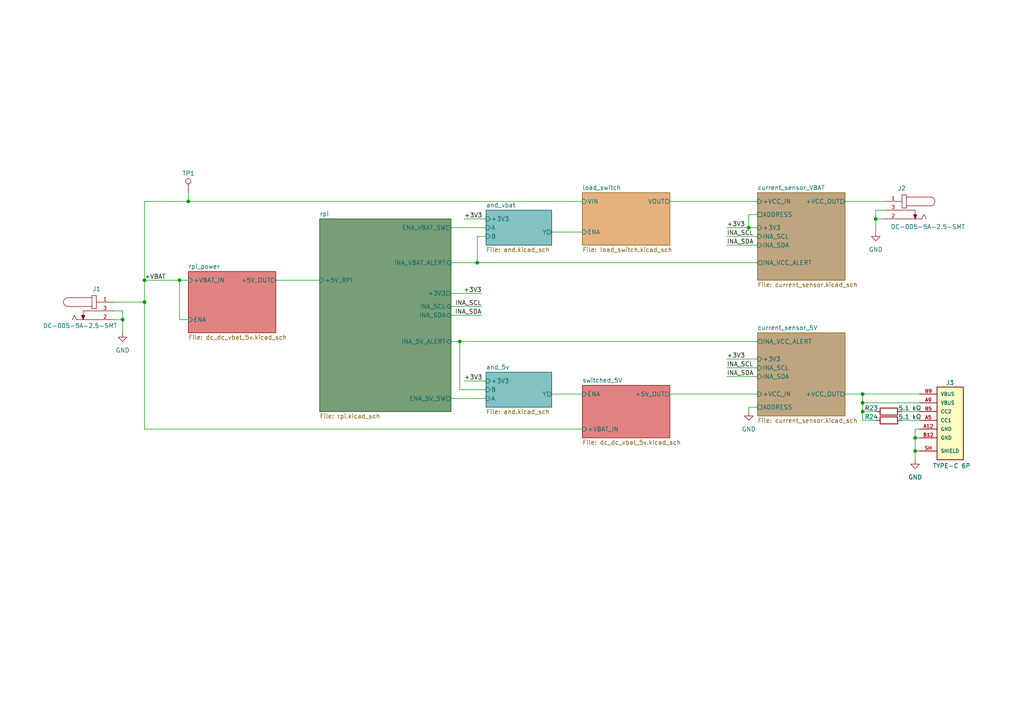
<source format=kicad_sch>
(kicad_sch (version 20231120) (generator "eeschema") (generator_version "8.0")
  (paper "A4")
  (lib_symbols
    (symbol "Connector:TestPoint" (pin_numbers hide) (pin_names (offset 0.762) hide)
      (property "Reference" "TP" (at 0 6.858 0))
      (property "Value" "TestPoint" (at 0 5.08 0))
      (symbol "TestPoint_0_1"
        (circle (center 0 3.302) (radius 0.762))
      )
      (symbol "TestPoint_1_1"
        (pin passive line (at 0 0 90) (length 2.54) (name "1") (number "1"))
      )
    )
    (symbol "Device:R" (pin_numbers hide) (pin_names (offset 0))
      (property "Reference" "R" (at 2.032 0 90))
      (property "Value" "R" (at 0 0 90))
      (symbol "R_0_1"
        (rectangle (start -1.016 -2.54) (end 1.016 2.54) (stroke (width 0.254)))
      )
      (symbol "R_1_1"
        (pin passive line (at 0 3.81 270) (length 1.27) (name "~") (number "1"))
        (pin passive line (at 0 -3.81 90) (length 1.27) (name "~") (number "2"))
      )
    )
    (symbol "power:GND" (power) (pin_numbers hide) (pin_names (offset 0) hide)
      (property "Value" "GND" (at 0 -3.81 0))
      (symbol "GND_0_1"
        (polyline (pts (xy 0 0) (xy 0 -1.27) (xy 1.27 -1.27) (xy 0 -2.54) (xy -1.27 -1.27) (xy 0 -1.27)))
      )
      (symbol "GND_1_1"
        (pin power_in line (at 0 0 270) (length 0) (name "~") (number "1"))
      )
    )
    (symbol "rpi_power_warden_hat:DC-005-5A-2.5-SMT" (pin_names (offset 1.016))
      (property "Reference" "J" (at -7.62 5.08 0))
      (property "Value" "DC-005-5A-2.5-SMT" (at -7.62 -5.08 0))
      (symbol "DC-005-5A-2.5-SMT_0_0"
        (arc (start -8.255 3.81) (mid -9.5194 2.54) (end -8.255 1.27) (stroke (width 0.1524)))
        (polyline (pts (xy -8.255 3.81) (xy -1.27 3.81)) (stroke (width 0.1524)))
        (polyline (pts (xy -6.35 -1.27) (xy -6.985 -2.54)) (stroke (width 0.1524)))
        (polyline (pts (xy -5.715 -2.54) (xy -6.35 -1.27)) (stroke (width 0.1524)))
        (polyline (pts (xy -3.81 0) (xy -3.81 -2.54)) (stroke (width 0.1524)))
        (polyline (pts (xy -1.27 0.635) (xy 0 0.635)) (stroke (width 0.1524)))
        (polyline (pts (xy -1.27 1.27) (xy -8.255 1.27)) (stroke (width 0.1524)))
        (polyline (pts (xy -1.27 1.27) (xy -1.27 0.635)) (stroke (width 0.1524)))
        (polyline (pts (xy -1.27 3.81) (xy -1.27 1.27)) (stroke (width 0.1524)))
        (polyline (pts (xy -1.27 4.445) (xy -1.27 3.81)) (stroke (width 0.1524)))
        (polyline (pts (xy 0 -2.54) (xy -5.715 -2.54)) (stroke (width 0.1524)))
        (polyline (pts (xy 0 0) (xy -3.81 0)) (stroke (width 0.1524)))
        (polyline (pts (xy 0 0.635) (xy 0 4.445)) (stroke (width 0.1524)))
        (polyline (pts (xy 0 4.445) (xy -1.27 4.445)) (stroke (width 0.1524)))
        (polyline (pts (xy -3.81 -2.54) (xy -4.318 -1.27) (xy -3.302 -1.27) (xy -3.81 -2.54)) (stroke (width 0.1524)) (fill (type outline)))
      )
      (symbol "DC-005-5A-2.5-SMT_1_0"
        (pin passive line (at 5.08 2.54 180) (length 5.08) (name "~") (number "1"))
        (pin passive line (at 5.08 -2.54 180) (length 5.08) (name "~") (number "2"))
        (pin passive line (at 5.08 0 180) (length 5.08) (name "~") (number "3"))
        (pin passive line (at 5.08 2.54 180) (length 5.08) hide (name "~") (number "A2"))
      )
    )
    (symbol "rpi_power_warden_hat:SHOU-HAN-TYPE-C-6P" (pin_names (offset 1.016))
      (property "Reference" "J" (at -7.62 11.43 0))
      (property "Value" "TYPE-C 6P" (at -7.62 -12.7 0))
      (symbol "SHOU-HAN-TYPE-C-6P_0_0"
        (rectangle (start -7.62 10.922) (end 0 -10.16) (stroke (width 0.254)) (fill (type background)))
      )
      (symbol "SHOU-HAN-TYPE-C-6P_1_0"
        (pin power_in line (at -12.7 -1.27 0) (length 5.08) (name "GND") (number "A12"))
        (pin passive line (at -12.7 1.27 0) (length 5.08) (name "CC1") (number "A5"))
        (pin power_in line (at -12.7 6.35 0) (length 5.08) (name "VBUS") (number "A9"))
        (pin power_in line (at -12.7 -3.81 0) (length 5.08) (name "GND") (number "B12"))
        (pin passive line (at -12.7 3.81 0) (length 5.08) (name "CC2") (number "B5"))
        (pin power_in line (at -12.7 8.89 0) (length 5.08) (name "VBUS") (number "B9"))
        (pin passive line (at -12.7 -7.62 0) (length 5.08) (name "SHIELD") (number "SH"))
      )
    )
  )
  (junction (at 133.35 99.06))
  (junction (at 265.43 130.81))
  (junction (at 217.17 66.04))
  (junction (at 254 63.5))
  (junction (at 52.07 81.28))
  (junction (at 250.19 116.84))
  (junction (at 250.19 119.38))
  (junction (at 54.61 58.42))
  (junction (at 41.91 87.63))
  (junction (at 138.43 76.2))
  (junction (at 41.91 81.28))
  (junction (at 265.43 127))
  (junction (at 250.19 114.3))
  (junction (at 35.56 92.71))
  (wire (pts (xy 41.91 124.46) (xy 168.91 124.46)))
  (wire (pts (xy 33.02 92.71) (xy 35.56 92.71)))
  (wire (pts (xy 261.62 121.92) (xy 266.7 121.92)))
  (wire (pts (xy 217.17 66.04) (xy 219.71 66.04)))
  (wire (pts (xy 250.19 114.3) (xy 250.19 116.84)))
  (wire (pts (xy 41.91 81.28) (xy 52.07 81.28)))
  (wire (pts (xy 140.97 110.49) (xy 134.62 110.49)))
  (wire (pts (xy 217.17 62.23) (xy 217.17 66.04)))
  (wire (pts (xy 219.71 71.12) (xy 210.82 71.12)))
  (wire (pts (xy 160.02 114.3) (xy 168.91 114.3)))
  (wire (pts (xy 245.11 58.42) (xy 256.54 58.42)))
  (wire (pts (xy 138.43 76.2) (xy 219.71 76.2)))
  (wire (pts (xy 130.81 85.09) (xy 139.7 85.09)))
  (wire (pts (xy 52.07 92.71) (xy 54.61 92.71)))
  (wire (pts (xy 245.11 114.3) (xy 250.19 114.3)))
  (wire (pts (xy 133.35 99.06) (xy 219.71 99.06)))
  (wire (pts (xy 219.71 118.11) (xy 217.17 118.11)))
  (wire (pts (xy 261.62 119.38) (xy 266.7 119.38)))
  (wire (pts (xy 254 60.96) (xy 254 63.5)))
  (wire (pts (xy 217.17 118.11) (xy 217.17 119.38)))
  (wire (pts (xy 33.02 87.63) (xy 41.91 87.63)))
  (wire (pts (xy 54.61 55.88) (xy 54.61 58.42)))
  (wire (pts (xy 210.82 106.68) (xy 219.71 106.68)))
  (wire (pts (xy 265.43 127) (xy 265.43 130.81)))
  (wire (pts (xy 250.19 116.84) (xy 250.19 119.38)))
  (wire (pts (xy 140.97 63.5) (xy 134.62 63.5)))
  (wire (pts (xy 41.91 81.28) (xy 41.91 87.63)))
  (wire (pts (xy 219.71 68.58) (xy 210.82 68.58)))
  (wire (pts (xy 250.19 121.92) (xy 254 121.92)))
  (wire (pts (xy 35.56 90.17) (xy 35.56 92.71)))
  (wire (pts (xy 130.81 88.9) (xy 139.7 88.9)))
  (wire (pts (xy 160.02 67.31) (xy 168.91 67.31)))
  (wire (pts (xy 130.81 99.06) (xy 133.35 99.06)))
  (wire (pts (xy 265.43 124.46) (xy 266.7 124.46)))
  (wire (pts (xy 217.17 66.04) (xy 210.82 66.04)))
  (wire (pts (xy 54.61 58.42) (xy 168.91 58.42)))
  (wire (pts (xy 138.43 68.58) (xy 138.43 76.2)))
  (wire (pts (xy 250.19 119.38) (xy 250.19 121.92)))
  (wire (pts (xy 52.07 81.28) (xy 52.07 92.71)))
  (wire (pts (xy 130.81 66.04) (xy 140.97 66.04)))
  (wire (pts (xy 138.43 68.58) (xy 140.97 68.58)))
  (wire (pts (xy 80.01 81.28) (xy 92.71 81.28)))
  (wire (pts (xy 265.43 130.81) (xy 266.7 130.81)))
  (wire (pts (xy 266.7 127) (xy 265.43 127)))
  (wire (pts (xy 256.54 63.5) (xy 254 63.5)))
  (wire (pts (xy 219.71 104.14) (xy 210.82 104.14)))
  (wire (pts (xy 41.91 58.42) (xy 41.91 81.28)))
  (wire (pts (xy 130.81 91.44) (xy 139.7 91.44)))
  (wire (pts (xy 130.81 76.2) (xy 138.43 76.2)))
  (wire (pts (xy 210.82 109.22) (xy 219.71 109.22)))
  (wire (pts (xy 133.35 99.06) (xy 133.35 113.03)))
  (wire (pts (xy 256.54 60.96) (xy 254 60.96)))
  (wire (pts (xy 250.19 116.84) (xy 266.7 116.84)))
  (wire (pts (xy 130.81 115.57) (xy 140.97 115.57)))
  (wire (pts (xy 33.02 90.17) (xy 35.56 90.17)))
  (wire (pts (xy 194.31 114.3) (xy 219.71 114.3)))
  (wire (pts (xy 265.43 130.81) (xy 265.43 133.35)))
  (wire (pts (xy 250.19 114.3) (xy 266.7 114.3)))
  (wire (pts (xy 41.91 58.42) (xy 54.61 58.42)))
  (wire (pts (xy 250.19 119.38) (xy 254 119.38)))
  (wire (pts (xy 265.43 124.46) (xy 265.43 127)))
  (wire (pts (xy 35.56 96.52) (xy 35.56 92.71)))
  (wire (pts (xy 194.31 58.42) (xy 219.71 58.42)))
  (wire (pts (xy 54.61 81.28) (xy 52.07 81.28)))
  (wire (pts (xy 217.17 62.23) (xy 219.71 62.23)))
  (wire (pts (xy 41.91 87.63) (xy 41.91 124.46)))
  (wire (pts (xy 140.97 113.03) (xy 133.35 113.03)))
  (wire (pts (xy 254 67.31) (xy 254 63.5)))
  (label "+3V3" (at 210.82 104.14 0))
  (label "INA_SCL" (at 210.82 106.68 0))
  (label "INA_SDA" (at 210.82 71.12 0))
  (label "+VBAT" (at 41.91 81.28 0))
  (label "INA_SCL" (at 210.82 68.58 0))
  (label "+3V3" (at 134.62 110.49 0))
  (label "+3V3" (at 210.82 66.04 0))
  (label "INA_SDA" (at 210.82 109.22 0))
  (label "INA_SCL" (at 139.7 88.9 180))
  (label "+3V3" (at 134.62 63.5 0))
  (label "+3V3" (at 139.7 85.09 180))
  (label "INA_SDA" (at 139.7 91.44 180))
  (symbol (lib_id "power:GND") (at 35.56 96.52 0) (unit 1)
    (property "Reference" "#PWR1" (effects (hide yes)))
    (property "Value" "GND" (at 35.56 101.6 0))
    (property "Description" "Power symbol creates a global label with name \"GND\" , ground" (effects (hide yes)))
  )
  (symbol (lib_id "Connector:TestPoint") (at 54.61 55.88 0) (unit 1) (in_bom no)
    (property "Reference" "TP1" (at 52.832 50.292 0) (effects (justify left)))
    (property "Value" "TestPoint" (effects (hide yes)))
    (property "Footprint" "TestPoint:TestPoint_Pad_D2.5mm" (effects (hide yes)))
    (property "Description" "test point" (effects (hide yes)))
  )
  (symbol (lib_id "rpi_power_warden_hat:DC-005-5A-2.5-SMT") (at 261.62 60.96 0) (mirror y) (unit 1)
    (property "Reference" "J2" (at 260.35 54.61 0) (effects (justify right)))
    (property "Value" "DC-005-5A-2.5-SMT" (at 258.318 65.786 0) (effects (justify right)))
    (property "Footprint" "rpi_power_warden_hat:XKB_DC-005-5A-2.5-SMT" (effects (hide yes)))
    (property "Datasheet" "https://lcsc.com/datasheet/lcsc_datasheet_2404011025_XKB-Connection-DC-005-5A-2-5-SMT_C319133.pdf" (effects (hide yes)))
    (property "Description" "Surface Mount, Right Angle DC Power Jack -20℃~+70℃ 2.5mm 6.5mm 5A 24V SMD DC Power Connectors ROHS" (effects (hide yes)))
    (property "mpn" "DC-005-5A-2.5-SMT" (effects (hide yes)))
    (property "manufacturer" "XKB Connection" (effects (hide yes)))
  )
  (symbol (lib_id "Device:R") (at 257.81 121.92 270) (unit 1)
    (property "Reference" "R24" (at 252.73 120.904 90))
    (property "Value" "5.1 kΩ" (at 263.906 120.904 90))
    (property "Footprint" "Resistor_SMD:R_0603_1608Metric_Pad0.98x0.95mm_HandSolder" (effects (hide yes)))
    (property "Description" "RES SMD 5K1 OHM 1% 1/10W" (effects (hide yes)))
    (property "mpn" "FRC0603F5101TS" (effects (hide yes)))
    (property "manufacturer" "FOJAN" (effects (hide yes)))
  )
  (symbol (lib_id "power:GND") (at 217.17 119.38 0) (mirror y) (unit 1)
    (property "Reference" "#PWR2" (effects (hide yes)))
    (property "Value" "GND" (at 217.17 124.46 0))
    (property "Description" "Power symbol creates a global label with name \"GND\" , ground" (effects (hide yes)))
  )
  (symbol (lib_id "Device:R") (at 257.81 119.38 270) (unit 1)
    (property "Reference" "R23" (at 252.73 118.364 90))
    (property "Value" "5.1 kΩ" (at 263.906 118.364 90))
    (property "Footprint" "Resistor_SMD:R_0603_1608Metric_Pad0.98x0.95mm_HandSolder" (effects (hide yes)))
    (property "Description" "RES SMD 5K1 OHM 1% 1/10W" (effects (hide yes)))
    (property "mpn" "FRC0603F5101TS" (effects (hide yes)))
    (property "manufacturer" "FOJAN" (effects (hide yes)))
  )
  (symbol (lib_id "rpi_power_warden_hat:DC-005-5A-2.5-SMT") (at 27.94 90.17 0) (unit 1)
    (property "Reference" "J1" (at 29.21 83.82 0) (effects (justify right)))
    (property "Value" "DC-005-5A-2.5-SMT" (at 34.036 94.488 0) (effects (justify right)))
    (property "Footprint" "rpi_power_warden_hat:XKB_DC-005-5A-2.5-SMT" (effects (hide yes)))
    (property "Datasheet" "https://lcsc.com/datasheet/lcsc_datasheet_2404011025_XKB-Connection-DC-005-5A-2-5-SMT_C319133.pdf" (effects (hide yes)))
    (property "Description" "Surface Mount, Right Angle DC Power Jack -20℃~+70℃ 2.5mm 6.5mm 5A 24V SMD DC Power Connectors ROHS" (effects (hide yes)))
    (property "mpn" "DC-005-5A-2.5-SMT" (effects (hide yes)))
    (property "manufacturer" "XKB Connection" (effects (hide yes)))
  )
  (symbol (lib_id "power:GND") (at 254 67.31 0) (mirror y) (unit 1)
    (property "Reference" "#PWR4" (effects (hide yes)))
    (property "Value" "GND" (at 254 72.39 0))
    (property "Description" "Power symbol creates a global label with name \"GND\" , ground" (effects (hide yes)))
  )
  (symbol (lib_id "rpi_power_warden_hat:SHOU-HAN-TYPE-C-6P") (at 279.4 123.19 0) (unit 1)
    (property "Reference" "J3" (at 274.32 110.998 0) (effects (justify left)))
    (property "Value" "TYPE-C 6P" (at 270.51 135.128 0) (effects (justify left)))
    (property "Footprint" "rpi_power_warden_hat:SHOU_HAN_TYPE-C-6P" (effects (hide yes)))
    (property "Datasheet" "https://lcsc.com/datasheet/lcsc_datasheet_2504101957_SHOU-HAN-TYPE-C-6P_C456012.pdf" (effects (hide yes)))
    (property "Description" "CONN RCPT TYPEA 4POS SMD R/A" (effects (hide yes)))
    (property "mpn" "TYPE-C 6P" (effects (hide yes)))
    (property "manufacturer" "SHOU HAN" (effects (hide yes)))
  )
  (symbol (lib_id "power:GND") (at 265.43 133.35 0) (mirror y) (unit 1)
    (property "Reference" "#PWR3" (effects (hide yes)))
    (property "Value" "GND" (at 265.43 138.43 0))
    (property "Description" "Power symbol creates a global label with name \"GND\" , ground" (effects (hide yes)))
  )
  (sheet (at 92.71 63.5) (size 38.1 55.88) (stroke (width 0.1524) (color 0 72 0 1)) (fill (color 0 72 0 0.5300))
    (property "Sheetname" "rpi" (at 92.71 62.7884 0) (effects (justify left bottom)))
    (property "Sheetfile" "rpi.kicad_sch" (at 92.71 119.9646 0) (effects (justify left top)))
    (pin "INA_SCL" bidirectional (at 130.81 88.9 0))
    (pin "INA_SDA" bidirectional (at 130.81 91.44 0))
    (pin "+5V_RPI" input (at 92.71 81.28 180))
    (pin "+3V3" output (at 130.81 85.09 0))
    (pin "INA_5V_ALERT" input (at 130.81 99.06 0))
    (pin "ENA_5V_SW" output (at 130.81 115.57 0))
    (pin "INA_VBAT_ALERT" input (at 130.81 76.2 0))
    (pin "ENA_VBAT_SW" output (at 130.81 66.04 0))
  )
  (sheet (at 168.91 55.88) (size 25.4 15.24) (stroke (width 0.1524) (color 128 77 0 1)) (fill (color 204 102 0 0.5000))
    (property "Sheetname" "load_switch" (at 168.91 55.1684 0) (effects (justify left bottom)))
    (property "Sheetfile" "load_switch.kicad_sch" (at 168.91 71.7046 0) (effects (justify left top)))
    (pin "VOUT" output (at 194.31 58.42 0))
    (pin "VIN" input (at 168.91 58.42 180))
    (pin "ENA" input (at 168.91 67.31 180))
  )
  (sheet (at 219.71 55.88) (size 25.4 25.4) (stroke (width 0.1524) (color 128 77 0 1)) (fill (color 128 77 0 0.5000))
    (property "Sheetname" "current_sensor_VBAT" (at 219.71 55.1684 0) (effects (justify left bottom)))
    (property "Sheetfile" "current_sensor.kicad_sch" (at 219.71 81.8646 0) (effects (justify left top)))
    (pin "INA_SCL" input (at 219.71 68.58 180))
    (pin "INA_SDA" input (at 219.71 71.12 180))
    (pin "+3V3" input (at 219.71 66.04 180))
    (pin "+VCC_OUT" output (at 245.11 58.42 0))
    (pin "+VCC_IN" input (at 219.71 58.42 180))
    (pin "INA_VCC_ALERT" output (at 219.71 76.2 180))
    (pin "ADDRESS" passive (at 219.71 62.23 180))
  )
  (sheet (at 219.71 96.52) (size 25.4 24.13) (stroke (width 0.1524) (color 128 77 0 1)) (fill (color 128 77 0 0.5000))
    (property "Sheetname" "current_sensor_5V" (at 219.71 95.8084 0) (effects (justify left bottom)))
    (property "Sheetfile" "current_sensor.kicad_sch" (at 219.71 121.2346 0) (effects (justify left top)))
    (pin "INA_SCL" input (at 219.71 106.68 180))
    (pin "INA_SDA" input (at 219.71 109.22 180))
    (pin "+3V3" input (at 219.71 104.14 180))
    (pin "+VCC_OUT" output (at 245.11 114.3 0))
    (pin "+VCC_IN" input (at 219.71 114.3 180))
    (pin "INA_VCC_ALERT" output (at 219.71 99.06 180))
    (pin "ADDRESS" passive (at 219.71 118.11 180))
  )
  (sheet (at 168.91 111.76) (size 25.4 15.24) (stroke (width 0.1524) (color 132 0 0 1)) (fill (color 194 0 0 0.4900))
    (property "Sheetname" "switched_5V" (at 168.91 111.0484 0) (effects (justify left bottom)))
    (property "Sheetfile" "dc_dc_vbat_5v.kicad_sch" (at 168.91 127.5846 0) (effects (justify left top)))
    (pin "+5V_OUT" output (at 194.31 114.3 0))
    (pin "+VBAT_IN" input (at 168.91 124.46 180))
    (pin "ENA" input (at 168.91 114.3 180))
  )
  (sheet (at 140.97 107.95) (size 19.05 10.16) (stroke (width 0.1524) (color 0 72 72 1)) (fill (color 0 132 132 0.4900))
    (property "Sheetname" "and_5v" (at 140.97 107.2384 0) (effects (justify left bottom)))
    (property "Sheetfile" "and.kicad_sch" (at 140.97 118.6946 0) (effects (justify left top)))
    (pin "Y" output (at 160.02 114.3 0))
    (pin "+3V3" input (at 140.97 110.49 180))
    (pin "B" input (at 140.97 113.03 180))
    (pin "A" input (at 140.97 115.57 180))
  )
  (sheet (at 54.61 78.74) (size 25.4 17.78) (stroke (width 0.1524) (color 132 0 0 1)) (fill (color 194 0 0 0.4900))
    (property "Sheetname" "rpi_power" (at 54.61 78.0284 0) (effects (justify left bottom)))
    (property "Sheetfile" "dc_dc_vbat_5v.kicad_sch" (at 54.61 97.1046 0) (effects (justify left top)))
    (pin "+5V_OUT" output (at 80.01 81.28 0))
    (pin "+VBAT_IN" input (at 54.61 81.28 180))
    (pin "ENA" input (at 54.61 92.71 180))
  )
  (sheet (at 140.97 60.96) (size 19.05 10.16) (stroke (width 0.1524) (color 0 72 72 1)) (fill (color 0 132 132 0.4900))
    (property "Sheetname" "and_vbat" (at 140.97 60.2484 0) (effects (justify left bottom)))
    (property "Sheetfile" "and.kicad_sch" (at 140.97 71.7046 0) (effects (justify left top)))
    (pin "Y" output (at 160.02 67.31 0))
    (pin "+3V3" input (at 140.97 63.5 180))
    (pin "B" input (at 140.97 68.58 180))
    (pin "A" input (at 140.97 66.04 180))
  )
)
</source>
